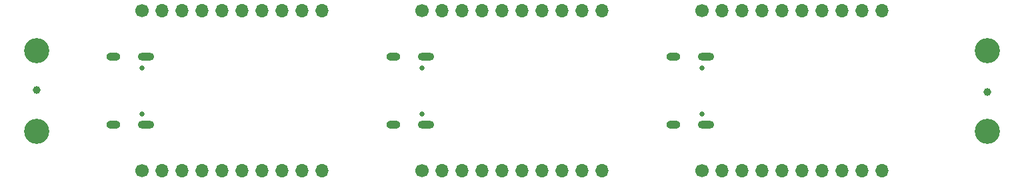
<source format=gbr>
%TF.GenerationSoftware,KiCad,Pcbnew,8.0.2*%
%TF.CreationDate,2025-03-04T10:53:31+01:00*%
%TF.ProjectId,USB-C_PD_Module_PANELIZED,5553422d-435f-4504-945f-4d6f64756c65,rev?*%
%TF.SameCoordinates,Original*%
%TF.FileFunction,Soldermask,Bot*%
%TF.FilePolarity,Negative*%
%FSLAX46Y46*%
G04 Gerber Fmt 4.6, Leading zero omitted, Abs format (unit mm)*
G04 Created by KiCad (PCBNEW 8.0.2) date 2025-03-04 10:53:31*
%MOMM*%
%LPD*%
G01*
G04 APERTURE LIST*
%ADD10C,1.700000*%
%ADD11O,1.700000X1.700000*%
%ADD12C,3.200000*%
%ADD13C,0.650000*%
%ADD14O,2.100000X1.000000*%
%ADD15O,1.800000X1.000000*%
%ADD16C,1.000000*%
G04 APERTURE END LIST*
D10*
%TO.C,J3*%
X101510000Y-20000000D03*
D11*
X104050000Y-20000000D03*
X106590000Y-20000000D03*
X109130000Y-20000000D03*
X111670000Y-20000000D03*
X114210000Y-20000000D03*
X116750000Y-20000000D03*
X119290000Y-20000000D03*
X121830000Y-20000000D03*
X124370000Y-20000000D03*
%TD*%
D10*
%TO.C,J3*%
X137070000Y-20000000D03*
D11*
X139610000Y-20000000D03*
X142150000Y-20000000D03*
X144690000Y-20000000D03*
X147230000Y-20000000D03*
X149770000Y-20000000D03*
X152310000Y-20000000D03*
X154850000Y-20000000D03*
X157390000Y-20000000D03*
X159930000Y-20000000D03*
%TD*%
D12*
%TO.C,KiKit_TO_1*%
X88159000Y-25000000D03*
%TD*%
D10*
%TO.C,J2*%
X101515000Y-40320000D03*
D11*
X104055000Y-40320000D03*
X106595000Y-40320000D03*
X109135000Y-40320000D03*
X111675000Y-40320000D03*
X114215000Y-40320000D03*
X116755000Y-40320000D03*
X119295000Y-40320000D03*
X121835000Y-40320000D03*
X124375000Y-40320000D03*
%TD*%
D12*
%TO.C,KiKit_TO_2*%
X208841000Y-25000000D03*
%TD*%
D13*
%TO.C,J1*%
X101510000Y-27270000D03*
X101510000Y-33050000D03*
D14*
X102010000Y-25840000D03*
D15*
X97830000Y-25840000D03*
D14*
X102010000Y-34480000D03*
D15*
X97830000Y-34480000D03*
%TD*%
D13*
%TO.C,J1*%
X137070000Y-27270000D03*
X137070000Y-33050000D03*
D14*
X137570000Y-25840000D03*
D15*
X133390000Y-25840000D03*
D14*
X137570000Y-34480000D03*
D15*
X133390000Y-34480000D03*
%TD*%
D10*
%TO.C,J2*%
X172635000Y-40320000D03*
D11*
X175175000Y-40320000D03*
X177715000Y-40320000D03*
X180255000Y-40320000D03*
X182795000Y-40320000D03*
X185335000Y-40320000D03*
X187875000Y-40320000D03*
X190415000Y-40320000D03*
X192955000Y-40320000D03*
X195495000Y-40320000D03*
%TD*%
D12*
%TO.C,KiKit_TO_4*%
X208841000Y-35320000D03*
%TD*%
D13*
%TO.C,J1*%
X172630000Y-27270000D03*
X172630000Y-33050000D03*
D14*
X173130000Y-25840000D03*
D15*
X168950000Y-25840000D03*
D14*
X173130000Y-34480000D03*
D15*
X168950000Y-34480000D03*
%TD*%
D10*
%TO.C,J2*%
X137075000Y-40320000D03*
D11*
X139615000Y-40320000D03*
X142155000Y-40320000D03*
X144695000Y-40320000D03*
X147235000Y-40320000D03*
X149775000Y-40320000D03*
X152315000Y-40320000D03*
X154855000Y-40320000D03*
X157395000Y-40320000D03*
X159935000Y-40320000D03*
%TD*%
D12*
%TO.C,KiKit_TO_3*%
X88159000Y-35320000D03*
%TD*%
D10*
%TO.C,J3*%
X172630000Y-20000000D03*
D11*
X175170000Y-20000000D03*
X177710000Y-20000000D03*
X180250000Y-20000000D03*
X182790000Y-20000000D03*
X185330000Y-20000000D03*
X187870000Y-20000000D03*
X190410000Y-20000000D03*
X192950000Y-20000000D03*
X195490000Y-20000000D03*
%TD*%
D16*
%TO.C,KiKit_FID_B_4*%
X208841000Y-30320000D03*
%TD*%
%TO.C,KiKit_FID_B_1*%
X88159000Y-30000000D03*
%TD*%
M02*

</source>
